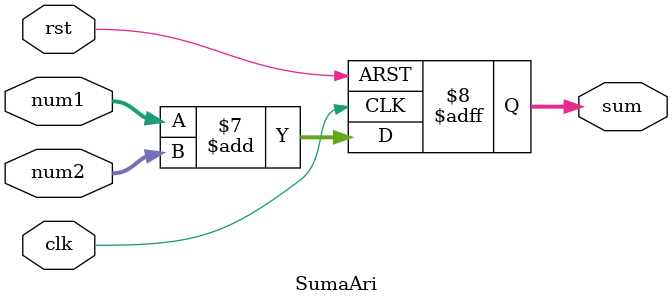
<source format=sv>

module control (
    //entradas
    input logic clk,
    input logic col_0, 
    input logic col_1, 
    input logic col_2, 
    input logic col_3,

    //Salidas
    output logic [6:0] seg,
    output logic [3:0] an,
    input logic [3:0]fila
);

    //Variables temporales
    //-----------------
    logic rst;
    
    //Separador y BCD
    logic [15:0] binary_in; 
    logic[15:0] bcd_out;   
    
    //Rebote
    logic col0;
    logic col1;
    logic col2;
    logic col3;

    //Divisor de clk
    logic clk_div;


    //teclado
    logic [3:0]tecla_pre;
    logic menos;
    logic multiplicador;
    logic igual;
    logic [3:0] tecla;

    //contador de tecla
    logic [2:0] tecla_cont;

    //Display
    logic [15:0] result;
    logic [3:0] An;
    logic [6:0] Seg;

    //Almacenamiento
    logic almac1;
    logic almac2;
    logic [3:0] num1_dec1;
    logic [3:0] num1_dec2;
    logic [3:0] num2_dec1;
    logic [3:0] num2_dec2;
    logic [11:0] num_result1;
    logic [11:0] num_result2;
    
    //operacion
    logic [3:0] tecla_opera;

    //Multiplicador
    logic [7:0] num1;
    logic [7:0] num2;
    logic start;
    logic [15:0] resultado;
    logic done;


    //Suma
    logic sum;

    //Instancias
    ///*************

    

    anillo_ctdr insta_cont_anillo1 (
        .clk(clk),
        .rst(rst),
        .fila(fila)
    );

    rebote insta_reb_col0 (
        .clk(clk),
        .boton(col_0), 
        .boton_sal(col0)
    );

    
    rebote insta_reb_col1 (
        .clk(clk),
        .boton(col_1), 
        .boton_sal(col1)
    );
    
    rebote insta_reb_col2 (
        .clk(clk),
        .boton(col_2), 
        .boton_sal(col2)
    );
    
    rebote insta_reb_col3 (
        .clk(clk),
        .boton(col_3), 
        .boton_sal(col3)
    );
    
    cont_tecla inst_tecla_cont(
        .clk(clk),
        .rst(rst),
        .tecla_pre(tecla_pre),
        .tecla_cont(tecla_cont)
    );
    // 001 decenas num1
    // 010 unidades num1
    // 011 operacion
    // 100 decenas num2
    // 101 unidades num2
    // 110 resultado (C)


    almacenamiento inst_alma(
        .clk(clk),
        .rst(rst),
        .almac1(almac1), //variable 1 o 0
        .almac2(almac2),
        .num1_dec1(num1_dec1), 
        .num1_dec2(num1_dec2),  
        .num2_dec1(num2_dec1),   
        .num2_dec2(num2_dec2),   
        .num_result1(num_result1), 
        .num_result2(num_result2)
    );


    display inst_displ (
        .result(result),
        .clk(clk),
        .Seg(Seg),
        .anodes(An) 
    );

    multiplicador inst_mult(
        .A(num1), 
        .B(num2), 
        .clk(clk), 
        .start(start),   
        .resultado(resultado), 
        .done(done)
    );
    codificador_bcd inst_codificador(
        .clk(clk),
        .binary_in(binary_in),
        .bcd_out(bcd_out)
    );

    //SumaAri inst_sum(
    //    .clk(clk),
     //   .rst(rst),
      //  .num1(num1),
      //  .num2(num2),
      //  .sum(sum)  
    //);

    //FSM
    //******************* 

    typedef enum logic [2:0] { 
        E0, E1 , E2, E3, E4, E5
    } estado;

    estado estado_act, estado_sig;

        //Para el estado actual
    always_ff @(posedge clk or posedge rst)begin
        if (rst)begin
            estado_act <= E0; //estado de espera
        end 
        else begin
            estado_act <= estado_sig;
        end
    end


    //Logica de cada estado
    always_ff @(posedge clk) begin
        estado_sig = estado_act;
        //tecla_pre = 4'bxxxx;
        case(estado_act)
            E0: begin
                if(fila == 4'b0001) begin
                    if (col0 != 4'b0) tecla_pre = 4'b0001; //1
                    else if (col1 != 4'b0) tecla_pre = 4'b0010; //2
                    else if (col2 != 4'b0) tecla_pre = 4'b0011; //3
                    else if (col3 != 4'b0) tecla_pre = 4'b1010; //A
                    else estado_sig = E0;
                end
                else if(fila == 4'b0010) begin
                    if (col0 != 4'b0) tecla_pre = 4'b0100; //4
                    else if (col1 != 4'b0) tecla_pre = 4'b0101; //5
                    else if (col2 != 4'b0) tecla_pre = 4'b0110; //6
                    else if (col3 != 4'b0) tecla_pre = 4'b1011; //B
                    else estado_sig = E0;
                end
                else if(fila == 4'b0100) begin
                    if (col0 != 4'b0) tecla_pre = 4'b0111; //7
                    else if (col1 != 4'b0) tecla_pre = 4'b1000; //8
                    else if (col2 != 4'b0) tecla_pre = 4'b1001; //9
                    else if (col3 != 4'b0) tecla_pre = 4'b1100; //C
                    else estado_sig = E0;
                end
                else if(fila == 4'b1000) begin
                    if (col0 != 4'b0) tecla_pre = 4'b1110; //E
                    else if (col1 != 4'b0) tecla_pre = 4'b0000; //0
                    else if (col2 != 4'b0) tecla_pre = 4'b1111; //F //***
                    else if (col3 != 4'b0) tecla_pre = 4'b1101; //D
                    else estado_sig = E0;
                end
                else if (tecla_cont == 3'b001 || tecla_cont == 3'b100) estado_sig = E1; //Pasa al estado de decimal.
                else if (tecla_cont == 3'b010 || tecla_cont == 3'b101) estado_sig = E2; //Pasa al estado de unidades.
                else if (tecla_cont == 3'b011 || tecla_cont == 3'b110) estado_sig = E3; //Pasa al estado de operacion.
                else begin
                    estado_sig = E0; //Estado de espera.
                end
            end

            //Decenas
            E1: begin
                if (tecla_cont == 3'b001) begin
                        tecla <= tecla_pre;
                        num1_dec1 <= tecla;
                        result <= num1_dec1;
                        seg[0] = Seg[0];
                        seg[1] = Seg[1];
                        seg[2] = Seg[2];
                        seg[3] = Seg[3];
                        seg[4] = Seg[4];
                        seg[5] = Seg[5];
                        seg[6] = Seg[6];
                        an[0] = An[0];
                        an[1] = An[1];
                        an[2] = An[2];
                        an[3] = An[3]; 
                end 
                else if (tecla_cont == 3'b100) begin 
                        tecla <= tecla_pre;
                        num2_dec1 <= tecla;
                        result <= num2_dec1;
                        seg[0] = Seg[0];
                        seg[1] = Seg[1];
                        seg[2] = Seg[2];
                        seg[3] = Seg[3];
                        seg[4] = Seg[4];
                        seg[5] = Seg[5];
                        seg[6] = Seg[6];
                        an[0] = An[0];
                        an[1] = An[1];
                        an[2] = An[2];
                        an[3] = An[3]; 
                end 
                else begin 
                    estado_sig = E0;
                    end
            end
        
        // Unidades
            E2: begin
                if (tecla_cont == 3'b010) begin
                    tecla <= tecla_pre;
                        num1_dec2 <= tecla;
                        result <= num1_dec2;
                        seg[0] = Seg[0];
                        seg[1] = Seg[1];
                        seg[2] = Seg[2];
                        seg[3] = Seg[3];
                        seg[4] = Seg[4];
                        seg[5] = Seg[5];
                        seg[6] = Seg[6];
                        an[0] = An[0];
                        an[1] = An[1];
                        an[2] = An[2];
                        an[3] = An[3]; 
                end 
                else if (tecla_cont == 3'b100) begin 
                    tecla <= tecla_pre;
                        num2_dec2 <= tecla_pre;
                        result <= num2_dec2;
                        seg[0] = Seg[0];
                        seg[1] = Seg[1];
                        seg[2] = Seg[2];
                        seg[3] = Seg[3];
                        seg[4] = Seg[4];
                        seg[5] = Seg[5];
                        seg[6] = Seg[6];
                        an[0] = An[0];
                        an[1] = An[1];
                        an[2] = An[2];
                        an[3] = An[3]; 
                end 
                else begin 
                    estado_sig = E0;
                end 
            end

            E3: begin
                if (tecla_cont == 3'b011) begin
                    if (tecla_pre == 4'b1011) begin //Multiplicacion
                        tecla_opera = tecla_pre;
                        if (tecla_opera == tecla_pre) estado_sig = E0;
                        else begin
                            estado_sig = E0;
                        end
                    end
                    else if (tecla_pre == 4'b1010) begin //suma
                        tecla_opera = tecla_pre;
                        if (tecla_opera == tecla_pre) estado_sig = E0;
                        else begin
                            estado_sig = E0;
                        end
                    end
                    else begin
                        estado_sig = E0;
                    end
                end
                else if (tecla_cont == 3'b110) begin
                    if (tecla_pre == 4'b1100) begin
                        if (tecla_opera == 4'b1011) estado_sig = E4;
                        else if (tecla_opera == 4'b1010) estado_sig = E5;
                        else begin
                            estado_sig = E0;
                        end
                    end
                end
                else begin
                    estado_sig = E0;
                end
            end
            
            E4: begin
                if (tecla_cont == 3'b110 && tecla_opera == 4'b1011 ) begin 
                    start = 1'b1;
                    if (start == 1) begin
                        num1 <= num_result1;
                        num2 <= num_result2;
                    end
                    else if (done == 1) begin
                        binary_in <= resultado;
                        result <= bcd_out;
                        seg[0] = Seg[0];
                        seg[1] = Seg[1];
                        seg[2] = Seg[2];
                        seg[3] = Seg[3];
                        seg[4] = Seg[4];
                        seg[5] = Seg[5];
                        seg[6] = Seg[6];
                        an[0] = An[0];
                        an[1] = An[1];
                        an[2] = An[2];
                        an[3] = An[3]; 
                    end 
                end 
                else if (tecla_opera != 4'b1010) estado_sig = E0;
                else begin
                    estado_sig = E0;
                end
            end
            
            default: estado_sig = E0;
            E5: begin
                if (tecla_opera == 4'b1010) begin
                    if (num1 != 4'b0 && num2 != 4'b0) begin
                        result = sum;
                        seg[0] = Seg[0];
                        seg[1] = Seg[1];
                        seg[2] = Seg[2];
                        seg[3] = Seg[3];
                        seg[4] = Seg[4];
                        seg[5] = Seg[5];
                        seg[6] = Seg[6];
                        an[0] = An[0];
                        an[1] = An[1];
                        an[2] = An[2];
                        an[3] = An[3]; 
                    end
                end
                else if (tecla_opera != 4'b1010) estado_sig = E0;
                else begin
                    estado_sig = E0;
                end
            end
            default: estado_sig = E0;
        endcase
    end
endmodule


//Contador de anillo filas
//******************************
//******************************
module anillo_ctdr #(parameter WIDTH = 4) //Se define el tamano del contador 4.
(
    input clk,
    input rst,
    output reg [WIDTH-1:0] fila
);

always_ff @(posedge clk) begin
    if (!rst)
        fila <=1; //Se inicializa encendiendo el primer bit.
    else begin
        fila[WIDTH-1] <= fila[0];
        for (int i = 0; i < WIDTH-1; i=i+1 ) begin  //Es un shifter
            fila[i] <= fila[i+1];
        end
    end
end
endmodule


//Detector de teclas con FSM.
//*************************************
//*************************************
module detector_columna (
    input logic clk,
    input logic rst,
    input logic [3:0]fila,  //entrada de contador de anillo;
    
    //entradas fisicas a FPGA
    input logic col_0, 
    input logic col_1, 
    input logic col_2, 
    input logic col_3, 

    output logic [3:0]tecla_pre,    //salida de teclas en bits.
    output logic menos,             //salida de codigo de signo menos.
    output logic multiplicador,       //salida de multiplicador. 
    output logic igual              //salida de codigo de igual.
);

    //se definen estados de la FSM
    typedef enum logic [4:0] { 
        F0, F1 , F2, F3, 
        F0C0, F0C1, F0C2, F0C3,
        F1C0, F1C1, F1C2, F1C3,
        F2C0, F2C1, F2C2, F2C3,
        F3C0, F3C1, F3C2, F3C3
    } estado;

    estado estado_act, estado_sig;
    logic [3:0] salida;

    //Para el estado actual
    always_ff @(posedge clk or posedge rst)begin
        if (rst)begin
            estado_act <= F0; //estado de espera
        end 
        else begin
            estado_act <= estado_sig;
        end
    end

    //Logica combinacional de la FSM, entre los estados
    always_comb begin
        estado_sig = estado_act; //Estado por defecto
        case(estado_act)

            //Primero verifica si la fila esta activa, si no pasa a la otra
            //Si esta activa, depende de cual col este activa, se da el siguiente estado
            F0: begin
                if(fila == 4'b0001) begin
                    if (col_0) estado_sig = F0C0; 
                    else if (col_1) estado_sig = F0C1;
                    else if (col_2) estado_sig = F0C2;
                    else if (col_3) estado_sig = F0C3;
                    else estado_sig = F1;
                end
                else begin 
                    estado_sig = F1;
                end
            end
            F1: begin
                if (fila == 4'b0010)begin
                    if (col_0) estado_sig = F1C0;
                    else if (col_1) estado_sig = F1C1;
                    else if (col_2) estado_sig = F1C2;
                    else if (col_3) estado_sig = F1C3;
                    else estado_sig = F2;
                end
                else begin 
                    estado_sig = F2;
                end
            end
            F2: begin
                if(fila == 4'b0100) begin
                    if (col_0) estado_sig = F2C0;
                    else if (col_1) estado_sig = F2C1;
                    else if (col_2) estado_sig = F2C2;
                    else if (col_3) estado_sig = F2C3;
                    else estado_sig = F3;
                end
                else begin 
                    estado_sig = F3;
                end
            end
            F3: begin
                if (fila == 4'b1000)begin
                    if (col_0) estado_sig = F3C0;
                    else if (col_1) estado_sig = F3C1;
                    else if (col_2) estado_sig = F3C2;
                    else if (col_3) estado_sig = F3C3;
                    else estado_sig = F0;
                end
                else begin 
                    estado_sig = F0;
                end
            end
            default: estado_sig = F0;
        endcase     
    end 

    //Detectar estado y asignar codigo binario al estado para saber las teclas en binario
    always_ff @(posedge clk or posedge rst) begin 
        if (rst)begin 
            salida <= 4'b0000;
        end
        else begin
            case (estado_act)
                F0C0: salida <= 4'b0000; //1
                F0C1: salida <= 4'b0001; //2
                F0C2: salida <= 4'b0010; //3
                F0C3: salida <= 4'b0011; //A  (menos)
                F1C0: salida <= 4'b0100; //4
                F1C1: salida <= 4'b0101; //5
                F1C2: salida <= 4'b0110; //6
                F1C3: salida <= 4'b0111; //B  (multiplicador)
                F2C0: salida <= 4'b1000; //7
                F2C1: salida <= 4'b1001; //8
                F2C2: salida <= 4'b1010; //9
                F2C3: salida <= 4'b1011; //C  (igual)
                F3C0: salida <= 4'b1100; //E
                F3C1: salida <= 4'b1101; //0
                F3C2: salida <= 4'b1110; //F
                F3C3: salida <= 4'b1111; //D
                default: salida <= 4'b0000;
            endcase
        end
    end

    //asigna la salida
    assign tecla_pre = salida;
    //se activa el menos

    always_comb begin
        menos = (salida == 4'b0011);
        multiplicador = (salida == 4'b0111);
        igual = (salida == 4'b1011);
    end

endmodule

// divisor de clk
//*******************************
//*******************************
module divisor (
    input logic clk,
    output reg clk_div
);

    parameter frecuencia = 27000000; //27 Mhz
    parameter fre = 1000000; //10hz
    parameter max_cuenta = frecuencia / (2*fre); //13.5 ciclos aprox 

    reg [4:0]cuenta;

    initial begin 
        cuenta = 0;
        clk_div = 0;
    end
    always_ff @(posedge clk) begin 
        if (cuenta == max_cuenta) begin //la cantidad de ciclos en alto o bajo
            clk_div <= ~clk_div;
            cuenta <= 0;
        end
        else begin
            cuenta <= cuenta+1;
        end
    end
endmodule


// Rebote mecanico
//****************************
//****************************
module rebote(
    input logic clk,
    input logic boton,
    output logic boton_sal
); 
    logic clk_hab;
    //Salidas de FF D, Q2_com es el complemento.
    logic q1, q2, q2_com, q0;

    divisor clk_ha( clk, clk_hab);

    FF_D_habilitador ff1(clk, clk_hab, boton, q0);
    FF_D_habilitador ff2(clk, clk_hab, q0, q1);
    FF_D_habilitador ff3(clk, clk_hab, q1, q2);

    assign q2_com = ~q2;
    assign boton_sal = q1 & q2_com; //AND para salida
endmodule


//FF_D se actualiza cuando clk_hab esta en alto.
module FF_D_habilitador(
    input logic clk, 
    input logic clk_hab,
    input logic D, 
    output reg Q=0
);
    always_ff @ (posedge clk) begin
        if(clk_hab == 1) 
            Q <= D;
    end
endmodule 


// Contador de tecla_pre
//****************************
//****************************

module cont_tecla (
    input logic clk,
    input logic rst,
    input logic [3:0] tecla_pre,

    output logic [2:0] tecla_cont
);

logic [3:0] tecla_ant;

always_ff @(posedge clk or posedge rst) begin
    if (rst) begin
        tecla_ant <= 4'b0000;
        tecla_cont <= 3'b000;
    end
    else if (tecla_pre != tecla_ant) begin
        tecla_ant <= tecla_pre;
        tecla_cont <= tecla_cont + 1;
    end
end
endmodule


///Almacenamiento
//**********************************
//**********************************
module almacenamiento(
    input logic clk,
    input logic rst,
    input logic almac1,
    input logic almac2,
    input logic [3:0] num1_dec1,   // Primer dígito de 4 bits para numero1
    input logic [3:0] num1_dec2,   // Segundo dígito de 4 bits para numero1
    input logic [3:0] num2_dec1,   // Primer dígito de 4 bits para numero2
    input logic [3:0] num2_dec2,   // Segundo dígito de 4 bits para numero2
    output logic [11:0] num_result1,  // Resultado de la concatenación de num1 en decimal
    output logic [11:0] num_result2   // Resultado de la concatenación de num2 en decimal
);

    always_ff @(posedge clk or posedge rst) begin
        if (rst) begin
            // Resetear los resultados a 0 cuando rst está activo
            num_result1 <= 12'b0;
            num_result2 <= 12'b0;
        end 
        else if (almac1) begin
            // Calcular los números concatenados cuando almac está activo
            num_result1 <= (num1_dec1 * 10) + num1_dec2; // Formar el número decimal num1
        end
         else if (almac2) begin
            // Calcular los números concatenados cuando almac está activo
            num_result1 <= (num1_dec1 * 10) + num1_dec2; // Formar el número decimal num2
         end 
    end

endmodule



//Idea 7-seg
//**************************************
//**************************************
`timescale 1ns / 1ps

module display (
    input logic [15:0] result,
    input logic clk,
    output logic [6:0] Seg,
    output logic [3:0] anodes
);

    logic [6:0] number;
    logic [3:0] state = 4'b0000; // Inicialización del estado
    logic [15:0] data;
    logic [3:0] dig;
    logic slow_clock = 0;
    integer count = 0;

    assign data = result;

    // Generador de reloj lento
    always_ff @(posedge clk) begin
        if (count > 2) begin// cambiar count > 100000 al probar la fpga
            count <= 0;
            slow_clock <= ~slow_clock;
        end else begin
            count <= count + 1;
        end
    end

    // Control de anodos y segmentos
    always_ff @(posedge slow_clock) begin
        case (state)
            4'b0000: begin
                anodes = 4'b1110;
                state = 4'b0001;
                dig = data[3:0];
            end
            4'b0001: begin
                anodes = 4'b1101;
                state = 4'b0010;
                dig = data[7:4];
            end
            4'b0010: begin
                anodes = 4'b1011;
                state = 4'b0011;
                dig = data[11:8];
            end
            4'b0011: begin
                anodes = 4'b0111;
                state = 4'b0000;
                dig = data[15:12];
            end
        endcase

        case (dig)
            4'b0000: number = 7'b1000000; // 0
            4'b0001: number = 7'b1111001; // 1
            4'b0010: number = 7'b0100100; // 2
            4'b0011: number = 7'b0110000; // 3
            4'b0100: number = 7'b0011001; // 4
            4'b0101: number = 7'b0010010; // 5
            4'b0110: number = 7'b0000010; // 6
            4'b0111: number = 7'b1111000; // 7
            4'b1000: number = 7'b0000000; // 8
            4'b1001: number = 7'b0011000; // 9
            4'b1010: number = 7'b0001000; // A
            4'b1011: number = 7'b0000011; // B
            4'b1100: number = 7'b1000110; // C
            4'b1101: number = 7'b0100001; // D
            4'b1110: number = 7'b0000110; // E
            4'b1111: number = 7'b0001110; // F
            default: number = 7'b0000000; // Apagado
        endcase
    end

    assign Seg = number;

endmodule


// Modulo de multiplicador
//*************************
//*************************
module multiplicador(
    input  logic [7:0] A, // Primer número de dos dígitos
    input  logic [7:0] B, // Segundo número de dos dígitos
    input  logic clk,     // Señal de reloj
    input  logic start,   // Señal para comenzar la multiplicación
    output logic [15:0] resultado, // Resultado de la multiplicación
    output logic done    // Indica cuando la multiplicación ha terminado
);
    logic [15:0] acumulador;
    logic [7:0] contador;
    logic [7:0] multiplicando;
    logic [7:0] multiplicador;
    logic busy;

    always_ff @(posedge clk) begin
        if (start) begin
            // Inicializamos los valores
            acumulador <= 16'd0;
            multiplicando <= A;
            multiplicador <= B;
            contador <= 8'd0;
            busy <= 1;
            done <= 0;
        end else if (busy) begin
            if (contador < multiplicador) begin
                acumulador <= acumulador + multiplicando;
                contador <= contador + 1;
            end else begin
                resultado <= acumulador;
                done <= 1;
                busy <= 0;
            end
        end
    end

endmodule


//Modulo del BCD
//****************************************
//****************************************
//Para dividir los numeros esteros
module codificador_bcd (
    input  logic        clk,          // Reloj de entrada
    input  logic [15:0] binary_in,    // Entrada binaria de 16 bits
    output logic [15:0] bcd_out       // Salida BCD de 16 bits
);
    // Variables internas
    logic [31:0] shift_reg;  // Registro de desplazamiento (16 bits BCD + 16 bits binarios)
    int state;               // Estado del contador para controlar las iteraciones

    always_ff @(posedge clk) begin
        if (state == 0) begin
            // Inicializar el registro de desplazamiento y contador
            shift_reg = {16'b0, binary_in};  // Concatenar 16 bits de ceros y la entrada binaria
            state = 1;  // Ir al primer estado
        end else if (state <= 16) begin
            // Algoritmo "Double Dabble" paso a paso
            for (int j = 0; j < 4; j++) begin
                if (shift_reg[19 + 4*j -: 4] >= 5) begin
                    shift_reg[19 + 4*j -: 4] += 3;
                end
            end
            shift_reg = shift_reg << 1;  // Desplazar a la izquierda
            state = state + 1;           // Incrementar estado
        end else begin
            // Asignar la salida BCD cuando el proceso termine
            bcd_out = shift_reg[31:16];
            state = 0;  // Reiniciar el estado para la próxima operación
        end
    end
endmodule


//suma
//**************************
//*************************

module SumaAri (
    input logic clk,           // Señal de reloj
    input logic rst,         // Señal de reset activa baja
    input logic [7:0] num1,   // Primer número de entrada (3 dígitos decimales)
    input logic [7:0] num2,   // Segundo número de entrada (3 dígitos decimales)
    output logic [8:0] sum    // Resultado de la suma (máximo 4 dígitos decimales)
);

    always_ff @(posedge clk or negedge rst) begin
        if (!rst) begin
            sum <= 8'd0; // Resetear el resultado de la suma
        end else begin
            sum <= num1 + num2; // Realizar la suma aritmética
        end
    end

endmodule

</source>
